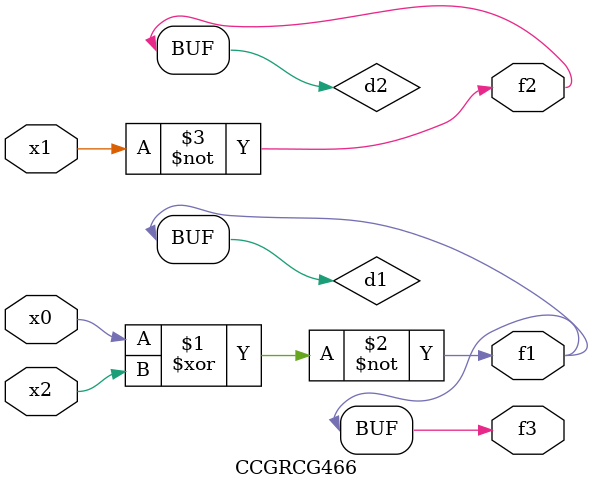
<source format=v>
module CCGRCG466(
	input x0, x1, x2,
	output f1, f2, f3
);

	wire d1, d2, d3;

	xnor (d1, x0, x2);
	nand (d2, x1);
	nor (d3, x1, x2);
	assign f1 = d1;
	assign f2 = d2;
	assign f3 = d1;
endmodule

</source>
